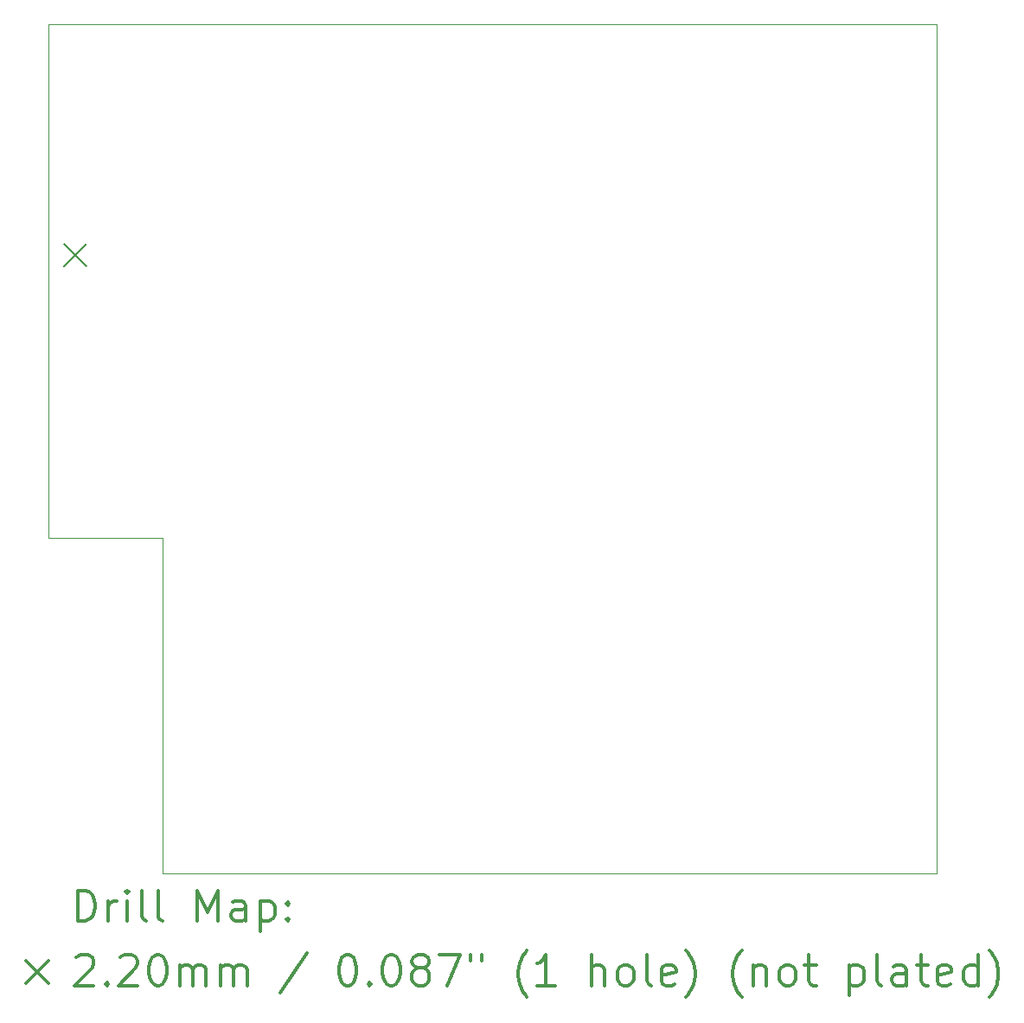
<source format=gbr>
%FSLAX45Y45*%
G04 Gerber Fmt 4.5, Leading zero omitted, Abs format (unit mm)*
G04 Created by KiCad (PCBNEW (5.1.9)-1) date 2023-05-10 16:33:02*
%MOMM*%
%LPD*%
G01*
G04 APERTURE LIST*
%TA.AperFunction,Profile*%
%ADD10C,0.050000*%
%TD*%
%ADD11C,0.200000*%
%ADD12C,0.300000*%
G04 APERTURE END LIST*
D10*
X13487000Y-8719000D02*
X14606000Y-8719000D01*
X13487000Y-3689000D02*
X13487000Y-8719000D01*
X22180000Y-8925000D02*
X22180000Y-11999000D01*
X14606000Y-11999000D02*
X14606000Y-8719000D01*
X22180000Y-3689000D02*
X22180000Y-8925000D01*
X14606000Y-11999000D02*
X22180000Y-11999000D01*
X13487000Y-3689000D02*
X22180000Y-3689000D01*
D11*
X13636500Y-5832500D02*
X13856500Y-6052500D01*
X13856500Y-5832500D02*
X13636500Y-6052500D01*
D12*
X13770928Y-12467214D02*
X13770928Y-12167214D01*
X13842357Y-12167214D01*
X13885214Y-12181500D01*
X13913786Y-12210071D01*
X13928071Y-12238643D01*
X13942357Y-12295786D01*
X13942357Y-12338643D01*
X13928071Y-12395786D01*
X13913786Y-12424357D01*
X13885214Y-12452929D01*
X13842357Y-12467214D01*
X13770928Y-12467214D01*
X14070928Y-12467214D02*
X14070928Y-12267214D01*
X14070928Y-12324357D02*
X14085214Y-12295786D01*
X14099500Y-12281500D01*
X14128071Y-12267214D01*
X14156643Y-12267214D01*
X14256643Y-12467214D02*
X14256643Y-12267214D01*
X14256643Y-12167214D02*
X14242357Y-12181500D01*
X14256643Y-12195786D01*
X14270928Y-12181500D01*
X14256643Y-12167214D01*
X14256643Y-12195786D01*
X14442357Y-12467214D02*
X14413786Y-12452929D01*
X14399500Y-12424357D01*
X14399500Y-12167214D01*
X14599500Y-12467214D02*
X14570928Y-12452929D01*
X14556643Y-12424357D01*
X14556643Y-12167214D01*
X14942357Y-12467214D02*
X14942357Y-12167214D01*
X15042357Y-12381500D01*
X15142357Y-12167214D01*
X15142357Y-12467214D01*
X15413786Y-12467214D02*
X15413786Y-12310071D01*
X15399500Y-12281500D01*
X15370928Y-12267214D01*
X15313786Y-12267214D01*
X15285214Y-12281500D01*
X15413786Y-12452929D02*
X15385214Y-12467214D01*
X15313786Y-12467214D01*
X15285214Y-12452929D01*
X15270928Y-12424357D01*
X15270928Y-12395786D01*
X15285214Y-12367214D01*
X15313786Y-12352929D01*
X15385214Y-12352929D01*
X15413786Y-12338643D01*
X15556643Y-12267214D02*
X15556643Y-12567214D01*
X15556643Y-12281500D02*
X15585214Y-12267214D01*
X15642357Y-12267214D01*
X15670928Y-12281500D01*
X15685214Y-12295786D01*
X15699500Y-12324357D01*
X15699500Y-12410071D01*
X15685214Y-12438643D01*
X15670928Y-12452929D01*
X15642357Y-12467214D01*
X15585214Y-12467214D01*
X15556643Y-12452929D01*
X15828071Y-12438643D02*
X15842357Y-12452929D01*
X15828071Y-12467214D01*
X15813786Y-12452929D01*
X15828071Y-12438643D01*
X15828071Y-12467214D01*
X15828071Y-12281500D02*
X15842357Y-12295786D01*
X15828071Y-12310071D01*
X15813786Y-12295786D01*
X15828071Y-12281500D01*
X15828071Y-12310071D01*
X13264500Y-12851500D02*
X13484500Y-13071500D01*
X13484500Y-12851500D02*
X13264500Y-13071500D01*
X13756643Y-12825786D02*
X13770928Y-12811500D01*
X13799500Y-12797214D01*
X13870928Y-12797214D01*
X13899500Y-12811500D01*
X13913786Y-12825786D01*
X13928071Y-12854357D01*
X13928071Y-12882929D01*
X13913786Y-12925786D01*
X13742357Y-13097214D01*
X13928071Y-13097214D01*
X14056643Y-13068643D02*
X14070928Y-13082929D01*
X14056643Y-13097214D01*
X14042357Y-13082929D01*
X14056643Y-13068643D01*
X14056643Y-13097214D01*
X14185214Y-12825786D02*
X14199500Y-12811500D01*
X14228071Y-12797214D01*
X14299500Y-12797214D01*
X14328071Y-12811500D01*
X14342357Y-12825786D01*
X14356643Y-12854357D01*
X14356643Y-12882929D01*
X14342357Y-12925786D01*
X14170928Y-13097214D01*
X14356643Y-13097214D01*
X14542357Y-12797214D02*
X14570928Y-12797214D01*
X14599500Y-12811500D01*
X14613786Y-12825786D01*
X14628071Y-12854357D01*
X14642357Y-12911500D01*
X14642357Y-12982929D01*
X14628071Y-13040071D01*
X14613786Y-13068643D01*
X14599500Y-13082929D01*
X14570928Y-13097214D01*
X14542357Y-13097214D01*
X14513786Y-13082929D01*
X14499500Y-13068643D01*
X14485214Y-13040071D01*
X14470928Y-12982929D01*
X14470928Y-12911500D01*
X14485214Y-12854357D01*
X14499500Y-12825786D01*
X14513786Y-12811500D01*
X14542357Y-12797214D01*
X14770928Y-13097214D02*
X14770928Y-12897214D01*
X14770928Y-12925786D02*
X14785214Y-12911500D01*
X14813786Y-12897214D01*
X14856643Y-12897214D01*
X14885214Y-12911500D01*
X14899500Y-12940071D01*
X14899500Y-13097214D01*
X14899500Y-12940071D02*
X14913786Y-12911500D01*
X14942357Y-12897214D01*
X14985214Y-12897214D01*
X15013786Y-12911500D01*
X15028071Y-12940071D01*
X15028071Y-13097214D01*
X15170928Y-13097214D02*
X15170928Y-12897214D01*
X15170928Y-12925786D02*
X15185214Y-12911500D01*
X15213786Y-12897214D01*
X15256643Y-12897214D01*
X15285214Y-12911500D01*
X15299500Y-12940071D01*
X15299500Y-13097214D01*
X15299500Y-12940071D02*
X15313786Y-12911500D01*
X15342357Y-12897214D01*
X15385214Y-12897214D01*
X15413786Y-12911500D01*
X15428071Y-12940071D01*
X15428071Y-13097214D01*
X16013786Y-12782929D02*
X15756643Y-13168643D01*
X16399500Y-12797214D02*
X16428071Y-12797214D01*
X16456643Y-12811500D01*
X16470928Y-12825786D01*
X16485214Y-12854357D01*
X16499500Y-12911500D01*
X16499500Y-12982929D01*
X16485214Y-13040071D01*
X16470928Y-13068643D01*
X16456643Y-13082929D01*
X16428071Y-13097214D01*
X16399500Y-13097214D01*
X16370928Y-13082929D01*
X16356643Y-13068643D01*
X16342357Y-13040071D01*
X16328071Y-12982929D01*
X16328071Y-12911500D01*
X16342357Y-12854357D01*
X16356643Y-12825786D01*
X16370928Y-12811500D01*
X16399500Y-12797214D01*
X16628071Y-13068643D02*
X16642357Y-13082929D01*
X16628071Y-13097214D01*
X16613786Y-13082929D01*
X16628071Y-13068643D01*
X16628071Y-13097214D01*
X16828071Y-12797214D02*
X16856643Y-12797214D01*
X16885214Y-12811500D01*
X16899500Y-12825786D01*
X16913786Y-12854357D01*
X16928071Y-12911500D01*
X16928071Y-12982929D01*
X16913786Y-13040071D01*
X16899500Y-13068643D01*
X16885214Y-13082929D01*
X16856643Y-13097214D01*
X16828071Y-13097214D01*
X16799500Y-13082929D01*
X16785214Y-13068643D01*
X16770928Y-13040071D01*
X16756643Y-12982929D01*
X16756643Y-12911500D01*
X16770928Y-12854357D01*
X16785214Y-12825786D01*
X16799500Y-12811500D01*
X16828071Y-12797214D01*
X17099500Y-12925786D02*
X17070928Y-12911500D01*
X17056643Y-12897214D01*
X17042357Y-12868643D01*
X17042357Y-12854357D01*
X17056643Y-12825786D01*
X17070928Y-12811500D01*
X17099500Y-12797214D01*
X17156643Y-12797214D01*
X17185214Y-12811500D01*
X17199500Y-12825786D01*
X17213786Y-12854357D01*
X17213786Y-12868643D01*
X17199500Y-12897214D01*
X17185214Y-12911500D01*
X17156643Y-12925786D01*
X17099500Y-12925786D01*
X17070928Y-12940071D01*
X17056643Y-12954357D01*
X17042357Y-12982929D01*
X17042357Y-13040071D01*
X17056643Y-13068643D01*
X17070928Y-13082929D01*
X17099500Y-13097214D01*
X17156643Y-13097214D01*
X17185214Y-13082929D01*
X17199500Y-13068643D01*
X17213786Y-13040071D01*
X17213786Y-12982929D01*
X17199500Y-12954357D01*
X17185214Y-12940071D01*
X17156643Y-12925786D01*
X17313786Y-12797214D02*
X17513786Y-12797214D01*
X17385214Y-13097214D01*
X17613786Y-12797214D02*
X17613786Y-12854357D01*
X17728071Y-12797214D02*
X17728071Y-12854357D01*
X18170928Y-13211500D02*
X18156643Y-13197214D01*
X18128071Y-13154357D01*
X18113786Y-13125786D01*
X18099500Y-13082929D01*
X18085214Y-13011500D01*
X18085214Y-12954357D01*
X18099500Y-12882929D01*
X18113786Y-12840071D01*
X18128071Y-12811500D01*
X18156643Y-12768643D01*
X18170928Y-12754357D01*
X18442357Y-13097214D02*
X18270928Y-13097214D01*
X18356643Y-13097214D02*
X18356643Y-12797214D01*
X18328071Y-12840071D01*
X18299500Y-12868643D01*
X18270928Y-12882929D01*
X18799500Y-13097214D02*
X18799500Y-12797214D01*
X18928071Y-13097214D02*
X18928071Y-12940071D01*
X18913786Y-12911500D01*
X18885214Y-12897214D01*
X18842357Y-12897214D01*
X18813786Y-12911500D01*
X18799500Y-12925786D01*
X19113786Y-13097214D02*
X19085214Y-13082929D01*
X19070928Y-13068643D01*
X19056643Y-13040071D01*
X19056643Y-12954357D01*
X19070928Y-12925786D01*
X19085214Y-12911500D01*
X19113786Y-12897214D01*
X19156643Y-12897214D01*
X19185214Y-12911500D01*
X19199500Y-12925786D01*
X19213786Y-12954357D01*
X19213786Y-13040071D01*
X19199500Y-13068643D01*
X19185214Y-13082929D01*
X19156643Y-13097214D01*
X19113786Y-13097214D01*
X19385214Y-13097214D02*
X19356643Y-13082929D01*
X19342357Y-13054357D01*
X19342357Y-12797214D01*
X19613786Y-13082929D02*
X19585214Y-13097214D01*
X19528071Y-13097214D01*
X19499500Y-13082929D01*
X19485214Y-13054357D01*
X19485214Y-12940071D01*
X19499500Y-12911500D01*
X19528071Y-12897214D01*
X19585214Y-12897214D01*
X19613786Y-12911500D01*
X19628071Y-12940071D01*
X19628071Y-12968643D01*
X19485214Y-12997214D01*
X19728071Y-13211500D02*
X19742357Y-13197214D01*
X19770928Y-13154357D01*
X19785214Y-13125786D01*
X19799500Y-13082929D01*
X19813786Y-13011500D01*
X19813786Y-12954357D01*
X19799500Y-12882929D01*
X19785214Y-12840071D01*
X19770928Y-12811500D01*
X19742357Y-12768643D01*
X19728071Y-12754357D01*
X20270928Y-13211500D02*
X20256643Y-13197214D01*
X20228071Y-13154357D01*
X20213786Y-13125786D01*
X20199500Y-13082929D01*
X20185214Y-13011500D01*
X20185214Y-12954357D01*
X20199500Y-12882929D01*
X20213786Y-12840071D01*
X20228071Y-12811500D01*
X20256643Y-12768643D01*
X20270928Y-12754357D01*
X20385214Y-12897214D02*
X20385214Y-13097214D01*
X20385214Y-12925786D02*
X20399500Y-12911500D01*
X20428071Y-12897214D01*
X20470928Y-12897214D01*
X20499500Y-12911500D01*
X20513786Y-12940071D01*
X20513786Y-13097214D01*
X20699500Y-13097214D02*
X20670928Y-13082929D01*
X20656643Y-13068643D01*
X20642357Y-13040071D01*
X20642357Y-12954357D01*
X20656643Y-12925786D01*
X20670928Y-12911500D01*
X20699500Y-12897214D01*
X20742357Y-12897214D01*
X20770928Y-12911500D01*
X20785214Y-12925786D01*
X20799500Y-12954357D01*
X20799500Y-13040071D01*
X20785214Y-13068643D01*
X20770928Y-13082929D01*
X20742357Y-13097214D01*
X20699500Y-13097214D01*
X20885214Y-12897214D02*
X20999500Y-12897214D01*
X20928071Y-12797214D02*
X20928071Y-13054357D01*
X20942357Y-13082929D01*
X20970928Y-13097214D01*
X20999500Y-13097214D01*
X21328071Y-12897214D02*
X21328071Y-13197214D01*
X21328071Y-12911500D02*
X21356643Y-12897214D01*
X21413786Y-12897214D01*
X21442357Y-12911500D01*
X21456643Y-12925786D01*
X21470928Y-12954357D01*
X21470928Y-13040071D01*
X21456643Y-13068643D01*
X21442357Y-13082929D01*
X21413786Y-13097214D01*
X21356643Y-13097214D01*
X21328071Y-13082929D01*
X21642357Y-13097214D02*
X21613786Y-13082929D01*
X21599500Y-13054357D01*
X21599500Y-12797214D01*
X21885214Y-13097214D02*
X21885214Y-12940071D01*
X21870928Y-12911500D01*
X21842357Y-12897214D01*
X21785214Y-12897214D01*
X21756643Y-12911500D01*
X21885214Y-13082929D02*
X21856643Y-13097214D01*
X21785214Y-13097214D01*
X21756643Y-13082929D01*
X21742357Y-13054357D01*
X21742357Y-13025786D01*
X21756643Y-12997214D01*
X21785214Y-12982929D01*
X21856643Y-12982929D01*
X21885214Y-12968643D01*
X21985214Y-12897214D02*
X22099500Y-12897214D01*
X22028071Y-12797214D02*
X22028071Y-13054357D01*
X22042357Y-13082929D01*
X22070928Y-13097214D01*
X22099500Y-13097214D01*
X22313786Y-13082929D02*
X22285214Y-13097214D01*
X22228071Y-13097214D01*
X22199500Y-13082929D01*
X22185214Y-13054357D01*
X22185214Y-12940071D01*
X22199500Y-12911500D01*
X22228071Y-12897214D01*
X22285214Y-12897214D01*
X22313786Y-12911500D01*
X22328071Y-12940071D01*
X22328071Y-12968643D01*
X22185214Y-12997214D01*
X22585214Y-13097214D02*
X22585214Y-12797214D01*
X22585214Y-13082929D02*
X22556643Y-13097214D01*
X22499500Y-13097214D01*
X22470928Y-13082929D01*
X22456643Y-13068643D01*
X22442357Y-13040071D01*
X22442357Y-12954357D01*
X22456643Y-12925786D01*
X22470928Y-12911500D01*
X22499500Y-12897214D01*
X22556643Y-12897214D01*
X22585214Y-12911500D01*
X22699500Y-13211500D02*
X22713786Y-13197214D01*
X22742357Y-13154357D01*
X22756643Y-13125786D01*
X22770928Y-13082929D01*
X22785214Y-13011500D01*
X22785214Y-12954357D01*
X22770928Y-12882929D01*
X22756643Y-12840071D01*
X22742357Y-12811500D01*
X22713786Y-12768643D01*
X22699500Y-12754357D01*
M02*

</source>
